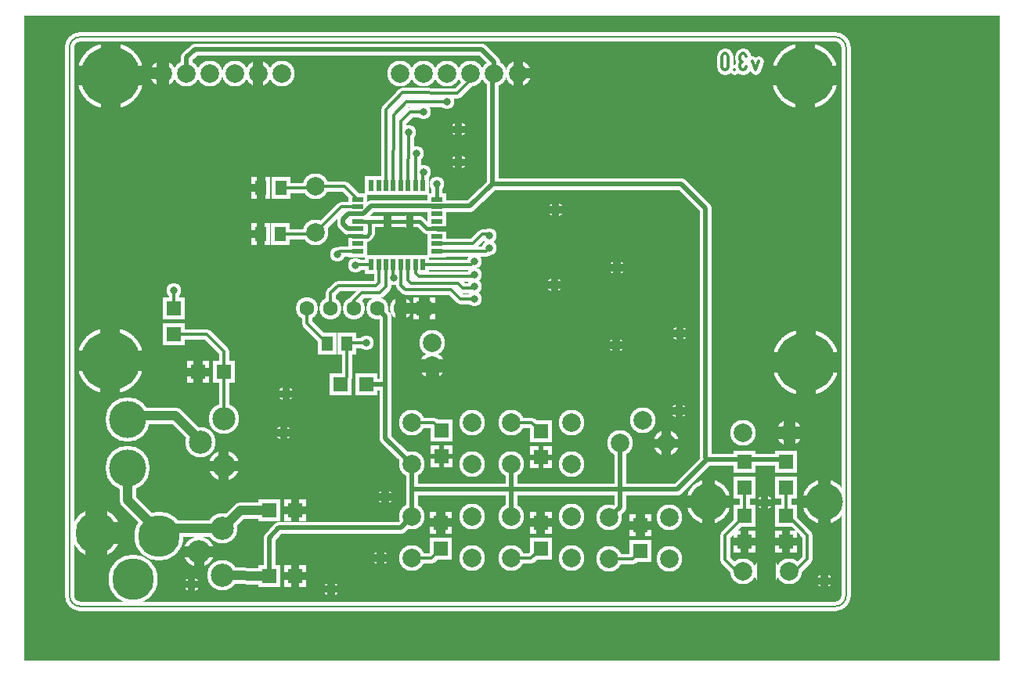
<source format=gbr>
%FSLAX34Y34*%
%MOMM*%
%LNCOPPER_BOTTOM*%
G71*
G01*
%ADD10C, 5.30*%
%ADD11C, 4.80*%
%ADD12C, 2.80*%
%ADD13C, 3.30*%
%ADD14C, 7.20*%
%ADD15C, 1.40*%
%ADD16C, 1.80*%
%ADD17R, 2.40X2.40*%
%ADD18C, 1.10*%
%ADD19C, 1.12*%
%ADD20C, 1.00*%
%ADD21R, 2.07X1.36*%
%ADD22R, 1.36X2.07*%
%ADD23C, 2.40*%
%ADD24C, 1.30*%
%ADD25C, 1.20*%
%ADD26R, 2.10X2.40*%
%ADD27C, 1.61*%
%ADD28C, 1.60*%
%ADD29C, 2.37*%
%ADD30C, 0.93*%
%ADD31C, 1.11*%
%ADD32C, 2.00*%
%ADD33C, 1.32*%
%ADD34C, 1.33*%
%ADD35C, 1.13*%
%ADD36C, 1.15*%
%ADD37C, 1.07*%
%ADD38C, 2.13*%
%ADD39C, 0.20*%
%ADD40C, 0.98*%
%ADD41C, 0.84*%
%ADD42C, 0.43*%
%ADD43C, 0.56*%
%ADD44C, 1.16*%
%ADD45C, 1.14*%
%ADD46C, 0.87*%
%ADD47C, 0.53*%
%ADD48C, 1.43*%
%ADD49C, 0.80*%
%ADD50C, 4.50*%
%ADD51C, 4.00*%
%ADD52C, 2.00*%
%ADD53C, 2.50*%
%ADD54C, 6.40*%
%ADD55C, 0.60*%
%ADD56R, 1.60X1.60*%
%ADD57C, 0.30*%
%ADD58C, 0.32*%
%ADD59R, 1.27X0.56*%
%ADD60R, 0.56X1.27*%
%ADD61C, 1.60*%
%ADD62C, 0.50*%
%ADD63C, 0.40*%
%ADD64R, 1.30X1.60*%
%ADD65C, 0.81*%
%ADD66C, 0.80*%
%LPD*%
G36*
X0Y1000000D02*
X1055000Y1000000D01*
X1055000Y302000D01*
X0Y302000D01*
X0Y1000000D01*
G37*
%LPC*%
X145836Y437050D02*
G54D10*
D03*
X77574Y440225D02*
G54D10*
D03*
X111661Y510948D02*
G54D11*
D03*
X111661Y562948D02*
G54D11*
D03*
X591741Y559594D02*
G54D12*
D03*
X526740Y559594D02*
G54D12*
D03*
X526740Y514594D02*
G54D12*
D03*
X591741Y514594D02*
G54D12*
D03*
X483791Y559594D02*
G54D12*
D03*
X418790Y559594D02*
G54D12*
D03*
X418790Y514594D02*
G54D12*
D03*
X483791Y514594D02*
G54D12*
D03*
X117601Y390215D02*
G54D10*
D03*
X669131Y562622D02*
G54D12*
D03*
X644131Y537622D02*
G54D12*
D03*
X694131Y537622D02*
G54D12*
D03*
X215682Y563537D02*
G54D13*
D03*
X190282Y538137D02*
G54D13*
D03*
X215682Y512737D02*
G54D13*
D03*
X777478Y398937D02*
G54D12*
D03*
X827478Y398937D02*
G54D12*
D03*
X802478Y398937D02*
G54D12*
D03*
X777478Y548937D02*
G54D12*
D03*
X827478Y548937D02*
G54D12*
D03*
X739978Y473937D02*
G54D11*
D03*
X864978Y473937D02*
G54D11*
D03*
X483791Y412994D02*
G54D12*
D03*
X418790Y412994D02*
G54D12*
D03*
X418790Y457994D02*
G54D12*
D03*
X483791Y457994D02*
G54D12*
D03*
X214491Y445268D02*
G54D13*
D03*
X189090Y419869D02*
G54D13*
D03*
X214491Y394468D02*
G54D13*
D03*
X149864Y937623D02*
G54D12*
D03*
X175265Y937624D02*
G54D12*
D03*
X200665Y937624D02*
G54D12*
D03*
X227255Y937624D02*
G54D12*
D03*
X252655Y937623D02*
G54D12*
D03*
X278055Y937624D02*
G54D12*
D03*
X405849Y937624D02*
G54D12*
D03*
X431249Y937624D02*
G54D12*
D03*
X456649Y937624D02*
G54D12*
D03*
X482049Y937624D02*
G54D12*
D03*
X507449Y937623D02*
G54D12*
D03*
X534039Y937623D02*
G54D12*
D03*
X844947Y624954D02*
G54D14*
D03*
X868947Y624954D02*
G54D15*
D03*
X861917Y607983D02*
G54D15*
D03*
X844947Y600954D02*
G54D15*
D03*
X827976Y607983D02*
G54D15*
D03*
X820947Y624954D02*
G54D15*
D03*
X827976Y641924D02*
G54D15*
D03*
X844947Y648954D02*
G54D15*
D03*
X861917Y641924D02*
G54D15*
D03*
X844153Y934913D02*
G54D14*
D03*
X868153Y934913D02*
G54D15*
D03*
X861124Y917942D02*
G54D15*
D03*
X844153Y910913D02*
G54D15*
D03*
X827183Y917942D02*
G54D15*
D03*
X820153Y934913D02*
G54D15*
D03*
X827183Y951883D02*
G54D15*
D03*
X844153Y958913D02*
G54D15*
D03*
X861124Y951883D02*
G54D15*
D03*
X93266Y934913D02*
G54D14*
D03*
X117266Y934913D02*
G54D15*
D03*
X110236Y917942D02*
G54D15*
D03*
X93266Y910913D02*
G54D15*
D03*
X76295Y917942D02*
G54D15*
D03*
X69266Y934913D02*
G54D15*
D03*
X76295Y951883D02*
G54D15*
D03*
X93266Y958913D02*
G54D15*
D03*
X110236Y951883D02*
G54D15*
D03*
X92869Y626541D02*
G54D14*
D03*
X116869Y626541D02*
G54D15*
D03*
X109839Y609570D02*
G54D15*
D03*
X92869Y602541D02*
G54D15*
D03*
X75898Y609570D02*
G54D15*
D03*
X68869Y626541D02*
G54D15*
D03*
X75898Y643512D02*
G54D15*
D03*
X92869Y650541D02*
G54D15*
D03*
X109839Y643512D02*
G54D15*
D03*
G54D16*
X214491Y445268D02*
X161198Y445268D01*
X145836Y429907D01*
G54D16*
X111661Y507376D02*
X111661Y475988D01*
X145836Y441813D01*
G54D16*
X190282Y542900D02*
X187747Y542900D01*
X163116Y567531D01*
X111840Y567531D01*
X111661Y567710D01*
X161233Y682991D02*
G54D17*
D03*
X161233Y654991D02*
G54D17*
D03*
X187681Y614337D02*
G54D17*
D03*
X215682Y614337D02*
G54D17*
D03*
G54D18*
X215682Y614337D02*
X215682Y563537D01*
X823498Y517695D02*
G54D17*
D03*
X823498Y489695D02*
G54D17*
D03*
G54D19*
X794064Y951262D02*
X790509Y941262D01*
X786954Y951262D01*
G54D19*
X780732Y955707D02*
X779843Y957929D01*
X778065Y959040D01*
X776287Y959040D01*
X774509Y957929D01*
X773620Y955707D01*
X773620Y953485D01*
X774509Y951262D01*
X776287Y950151D01*
X774509Y949040D01*
X773620Y946818D01*
X773620Y944596D01*
X774509Y942373D01*
X776287Y941262D01*
X778065Y941262D01*
X779843Y942373D01*
X780732Y944596D01*
G54D19*
X767398Y941262D02*
X767398Y941262D01*
G54D19*
X754066Y955707D02*
X754066Y944596D01*
X754954Y942373D01*
X756732Y941262D01*
X758510Y941262D01*
X760288Y942373D01*
X761176Y944596D01*
X761176Y955707D01*
X760288Y957929D01*
X758510Y959040D01*
X756732Y959040D01*
X754954Y957929D01*
X754066Y955707D01*
X264716Y464741D02*
G54D17*
D03*
X292715Y464741D02*
G54D17*
D03*
X264716Y394097D02*
G54D17*
D03*
X292715Y394097D02*
G54D17*
D03*
G54D16*
X264716Y464741D02*
X233963Y464741D01*
X214491Y445268D01*
G54D16*
X264716Y394097D02*
X214491Y394468D01*
G54D20*
X60325Y976959D02*
X877078Y976959D01*
G54D20*
G75*
G01X60325Y976959D02*
G03X48815Y965449I0J-11510D01*
G01*
G54D20*
G75*
G01X888588Y965449D02*
G03X877078Y976959I-11510J0D01*
G01*
G54D20*
X48815Y965449D02*
X48815Y372534D01*
G54D20*
G75*
G01X877078Y361024D02*
G03X888588Y372534I0J11510D01*
G01*
G54D20*
X888588Y965449D02*
X888588Y372534D01*
G54D20*
G75*
G01X48815Y372534D02*
G03X60325Y361024I11510J0D01*
G01*
G54D20*
X877078Y361024D02*
X60325Y361024D01*
X591741Y412994D02*
G54D12*
D03*
X526740Y412994D02*
G54D12*
D03*
X526740Y457994D02*
G54D12*
D03*
X591741Y457994D02*
G54D12*
D03*
X360138Y745355D02*
G54D21*
D03*
X360138Y753356D02*
G54D21*
D03*
X360138Y761357D02*
G54D21*
D03*
X360138Y769358D02*
G54D21*
D03*
X360138Y777359D02*
G54D21*
D03*
X360138Y785360D02*
G54D21*
D03*
X360138Y793361D02*
G54D21*
D03*
X360138Y801362D02*
G54D21*
D03*
X445990Y801362D02*
G54D21*
D03*
X445990Y793361D02*
G54D21*
D03*
X445990Y785360D02*
G54D21*
D03*
X445990Y777359D02*
G54D21*
D03*
X445990Y769358D02*
G54D21*
D03*
X445990Y761357D02*
G54D21*
D03*
X445990Y753356D02*
G54D21*
D03*
X445990Y745355D02*
G54D21*
D03*
X431055Y730420D02*
G54D22*
D03*
X423054Y730420D02*
G54D22*
D03*
X415053Y730420D02*
G54D22*
D03*
X407052Y730420D02*
G54D22*
D03*
X399051Y730420D02*
G54D22*
D03*
X391050Y730420D02*
G54D22*
D03*
X383049Y730420D02*
G54D22*
D03*
X375048Y730420D02*
G54D22*
D03*
X375049Y816271D02*
G54D22*
D03*
X383050Y816271D02*
G54D22*
D03*
X391051Y816271D02*
G54D22*
D03*
X399052Y816271D02*
G54D22*
D03*
X407053Y816271D02*
G54D22*
D03*
X415054Y816271D02*
G54D22*
D03*
X423055Y816271D02*
G54D22*
D03*
X431056Y816271D02*
G54D22*
D03*
G36*
X444401Y695360D02*
X444401Y671360D01*
X420401Y671360D01*
X420401Y695360D01*
X444401Y695360D01*
G37*
X407002Y683360D02*
G54D23*
D03*
X381602Y683360D02*
G54D23*
D03*
X356202Y683360D02*
G54D23*
D03*
X330802Y683360D02*
G54D23*
D03*
X305402Y683360D02*
G54D23*
D03*
G54D24*
X355773Y769358D02*
X349499Y769358D01*
X344438Y774419D01*
X344438Y779514D01*
X350340Y785416D01*
X366612Y785416D01*
X375344Y794148D01*
X469851Y794183D01*
G54D25*
X360138Y777359D02*
X370701Y777359D01*
X373359Y774701D01*
X373359Y764367D01*
X370394Y761401D01*
X360138Y761357D01*
X277265Y813992D02*
G54D26*
D03*
X255884Y813992D02*
G54D26*
D03*
G54D25*
X360138Y777359D02*
X427498Y776962D01*
X435102Y769358D01*
X445990Y769358D01*
X399207Y716396D02*
G54D27*
D03*
G54D18*
X399051Y730420D02*
X399051Y716637D01*
X398810Y716396D01*
G54D18*
X391050Y728435D02*
X391050Y707064D01*
X384075Y700088D01*
X364628Y700088D01*
X356690Y692151D01*
X356690Y682658D01*
X356202Y682169D01*
G54D18*
X383049Y733198D02*
X383049Y710969D01*
X380106Y708026D01*
X339228Y708026D01*
X331290Y700088D01*
X331290Y686627D01*
X330802Y686138D01*
X370235Y646149D02*
G54D27*
D03*
G54D18*
X371822Y646149D02*
X355881Y646149D01*
X349100Y645320D01*
X314568Y765132D02*
G54D12*
D03*
X314568Y815132D02*
G54D12*
D03*
G54D18*
X314568Y815132D02*
X346368Y815132D01*
X360138Y801362D01*
G54D18*
X360138Y793361D02*
X342798Y793361D01*
X314568Y765132D01*
X276868Y763589D02*
G54D26*
D03*
X255487Y763589D02*
G54D26*
D03*
G54D18*
X276868Y763589D02*
X313026Y763589D01*
X314568Y765132D01*
G54D18*
X277265Y813992D02*
X313429Y813992D01*
X314568Y815132D01*
G54D18*
X391051Y816271D02*
X391165Y898767D01*
X409178Y916781D01*
X468312Y916384D01*
X481012Y929084D01*
X482049Y937624D01*
G54D18*
X399052Y816271D02*
X399102Y892417D01*
X413147Y906462D01*
X457200Y906859D01*
X457200Y906859D02*
G54D27*
D03*
G54D18*
X407053Y816271D02*
X407053Y885287D01*
X417512Y895746D01*
X431800Y895746D01*
X431800Y895746D02*
G54D27*
D03*
G54D18*
X415054Y816271D02*
X415925Y873521D01*
X415925Y873521D02*
G54D27*
D03*
X431800Y830659D02*
G54D27*
D03*
G54D18*
X431056Y816271D02*
X431056Y829815D01*
X430212Y830659D01*
X423862Y851296D02*
G54D27*
D03*
G54D18*
X423055Y816271D02*
X423055Y850489D01*
X423862Y851296D01*
G54D24*
X175265Y937624D02*
X175265Y954727D01*
X184150Y963612D01*
X494161Y963612D01*
X507449Y950324D01*
X507449Y937623D01*
X445691Y817959D02*
G54D27*
D03*
G54D25*
X445990Y801362D02*
X445990Y817659D01*
X445691Y817959D01*
X338138Y742156D02*
G54D27*
D03*
X161208Y702960D02*
G54D27*
D03*
G54D18*
X161233Y682991D02*
X161233Y701397D01*
X162795Y702960D01*
G54D18*
X360138Y745355D02*
X341337Y745355D01*
X338138Y742156D01*
X357981Y729853D02*
G54D27*
D03*
G54D18*
X375048Y730420D02*
X358548Y730420D01*
X357981Y729853D01*
G54D24*
X469851Y794183D02*
X481843Y794183D01*
X506016Y818356D01*
X506016Y936983D01*
X507449Y938417D01*
G54D24*
X418790Y514594D02*
X418790Y457994D01*
X349100Y645320D02*
G54D26*
D03*
X327718Y645320D02*
G54D26*
D03*
G54D18*
X305402Y683360D02*
X305402Y667637D01*
X327718Y645320D01*
G54D18*
X161233Y654991D02*
X197496Y654991D01*
X215900Y636587D01*
X215900Y614556D01*
X215682Y614337D01*
G54D24*
X526740Y514594D02*
X526740Y457994D01*
X697706Y412200D02*
G54D12*
D03*
X632706Y412200D02*
G54D12*
D03*
X632706Y457200D02*
G54D12*
D03*
X697706Y457200D02*
G54D12*
D03*
G54D24*
X644131Y537622D02*
X644131Y468625D01*
X632706Y457200D01*
X486916Y733858D02*
G54D27*
D03*
X486916Y719968D02*
G54D27*
D03*
X486916Y706871D02*
G54D27*
D03*
X486916Y693377D02*
G54D27*
D03*
G54D18*
X407052Y730420D02*
X407052Y708154D01*
X411944Y703262D01*
X461169Y703262D01*
X471091Y693340D01*
X486879Y693340D01*
X486916Y693377D01*
G54D18*
X415053Y730420D02*
X415053Y714056D01*
X418306Y710803D01*
X469106Y710803D01*
X474266Y705643D01*
X485689Y705643D01*
X486916Y706871D01*
G54D18*
X423054Y730420D02*
X423054Y721533D01*
X426641Y717946D01*
X484895Y717946D01*
X486916Y719968D01*
G54D18*
X431055Y730420D02*
X483478Y730420D01*
X486916Y733858D01*
X451247Y551259D02*
G54D17*
D03*
X451247Y523259D02*
G54D17*
D03*
X558403Y550068D02*
G54D17*
D03*
X558403Y522068D02*
G54D17*
D03*
X450453Y451643D02*
G54D17*
D03*
X450453Y423643D02*
G54D17*
D03*
X558403Y451643D02*
G54D17*
D03*
X558403Y423643D02*
G54D17*
D03*
X666353Y448468D02*
G54D17*
D03*
X666353Y420468D02*
G54D17*
D03*
G54D24*
X419100Y487362D02*
X644525Y487362D01*
G54D18*
X418790Y559594D02*
X442912Y559594D01*
X451247Y551259D01*
G54D18*
X526740Y559594D02*
X548878Y559594D01*
X558403Y550068D01*
G54D18*
X418790Y412994D02*
X439804Y412994D01*
X450453Y423643D01*
G54D18*
X526740Y412994D02*
X547754Y412994D01*
X558403Y423643D01*
G54D18*
X632706Y412200D02*
X658085Y412200D01*
X666353Y420468D01*
X502791Y762433D02*
G54D27*
D03*
X502791Y748543D02*
G54D27*
D03*
G54D18*
X445990Y745355D02*
X499604Y745355D01*
X502791Y748543D01*
G54D18*
X445990Y753356D02*
X485069Y753356D01*
X495300Y763587D01*
X501638Y763587D01*
X502791Y762433D01*
X779048Y517695D02*
G54D17*
D03*
X779048Y489695D02*
G54D17*
D03*
X823516Y459006D02*
G54D17*
D03*
X823516Y431006D02*
G54D17*
D03*
X779066Y459006D02*
G54D17*
D03*
X779066Y431006D02*
G54D17*
D03*
G54D24*
X644525Y487362D02*
X705644Y487362D01*
X738188Y519906D01*
X821287Y519906D01*
X823498Y517695D01*
G54D18*
X777478Y398937D02*
X770653Y398937D01*
X757634Y411956D01*
X757634Y437575D01*
X779066Y459006D01*
G54D18*
X827087Y399334D02*
X833912Y399334D01*
X846931Y412353D01*
X846931Y437972D01*
X825500Y459403D01*
G54D18*
X779048Y489695D02*
X779048Y459023D01*
X779066Y459006D01*
G54D18*
X823498Y489695D02*
X823498Y459023D01*
X823516Y459006D01*
X341691Y601090D02*
G54D17*
D03*
X369691Y601090D02*
G54D17*
D03*
G54D24*
X381602Y683360D02*
X390525Y674436D01*
X390525Y542859D01*
X418790Y514594D01*
G54D24*
X369691Y601090D02*
X389556Y601090D01*
X389731Y601265D01*
G54D18*
X349100Y645320D02*
X349100Y608498D01*
X341691Y601090D01*
X441325Y646112D02*
G54D12*
D03*
X441325Y621112D02*
G54D12*
D03*
G54D24*
X264716Y400844D02*
X264716Y435371D01*
X275431Y446087D01*
X406883Y446087D01*
X418790Y457994D01*
G54D24*
X506016Y817562D02*
X710406Y817562D01*
X736203Y791765D01*
X736203Y521890D01*
X738188Y519906D01*
X574343Y790057D02*
G54D28*
D03*
X640621Y727351D02*
G54D28*
D03*
X573288Y708767D02*
G54D28*
D03*
X639827Y643610D02*
G54D28*
D03*
X392574Y776960D02*
G54D28*
D03*
X416782Y777359D02*
G54D28*
D03*
X283036Y590826D02*
G54D28*
D03*
X280406Y548626D02*
G54D28*
D03*
X180773Y384766D02*
G54D28*
D03*
X865252Y388420D02*
G54D28*
D03*
X390193Y479304D02*
G54D28*
D03*
X385033Y413423D02*
G54D28*
D03*
X469568Y876973D02*
G54D28*
D03*
X469568Y841254D02*
G54D28*
D03*
X800561Y472954D02*
G54D28*
D03*
X331586Y379607D02*
G54D28*
D03*
X708883Y656310D02*
G54D28*
D03*
X708090Y572570D02*
G54D28*
D03*
%LPD*%
G54D29*
G36*
X65724Y440225D02*
X65724Y467225D01*
X89424Y467225D01*
X89424Y440225D01*
X65724Y440225D01*
G37*
G36*
X77574Y452075D02*
X104574Y452075D01*
X104574Y428375D01*
X77574Y428375D01*
X77574Y452075D01*
G37*
G36*
X89424Y440225D02*
X89424Y413225D01*
X65724Y413225D01*
X65724Y440225D01*
X89424Y440225D01*
G37*
G54D30*
G36*
X698798Y537622D02*
X698798Y523122D01*
X689464Y523122D01*
X689464Y537622D01*
X698798Y537622D01*
G37*
G36*
X694131Y532955D02*
X679631Y532955D01*
X679631Y542288D01*
X694131Y542288D01*
X694131Y532955D01*
G37*
G36*
X689464Y537622D02*
X689464Y552122D01*
X698798Y552122D01*
X698798Y537622D01*
X689464Y537622D01*
G37*
G36*
X694131Y542288D02*
X708631Y542288D01*
X708631Y532955D01*
X694131Y532955D01*
X694131Y542288D01*
G37*
G54D31*
G36*
X215682Y518278D02*
X232682Y518278D01*
X232682Y507195D01*
X215682Y507195D01*
X215682Y518278D01*
G37*
G36*
X221223Y512737D02*
X221223Y495737D01*
X210140Y495737D01*
X210140Y512737D01*
X221223Y512737D01*
G37*
G36*
X215682Y507195D02*
X198682Y507195D01*
X198682Y518278D01*
X215682Y518278D01*
X215682Y507195D01*
G37*
G36*
X210140Y512737D02*
X210140Y529737D01*
X221223Y529737D01*
X221223Y512737D01*
X210140Y512737D01*
G37*
G54D32*
G36*
X792478Y398937D02*
X792478Y413437D01*
X812478Y413437D01*
X812478Y398937D01*
X792478Y398937D01*
G37*
G36*
X812478Y398937D02*
X812478Y384437D01*
X792478Y384437D01*
X792478Y398937D01*
X812478Y398937D01*
G37*
G54D33*
G36*
X820878Y548937D02*
X820878Y563437D01*
X834078Y563437D01*
X834078Y548937D01*
X820878Y548937D01*
G37*
G36*
X827478Y555537D02*
X841978Y555537D01*
X841978Y542337D01*
X827478Y542337D01*
X827478Y555537D01*
G37*
G36*
X834078Y548937D02*
X834078Y534437D01*
X820878Y534437D01*
X820878Y548937D01*
X834078Y548937D01*
G37*
G36*
X827478Y542337D02*
X812978Y542337D01*
X812978Y555537D01*
X827478Y555537D01*
X827478Y542337D01*
G37*
G54D34*
G36*
X733311Y473937D02*
X733311Y498437D01*
X746645Y498437D01*
X746645Y473937D01*
X733311Y473937D01*
G37*
G36*
X739978Y480604D02*
X764478Y480604D01*
X764478Y467270D01*
X739978Y467270D01*
X739978Y480604D01*
G37*
G36*
X746645Y473937D02*
X746645Y449437D01*
X733311Y449437D01*
X733311Y473937D01*
X746645Y473937D01*
G37*
G36*
X739978Y467270D02*
X715478Y467270D01*
X715478Y480604D01*
X739978Y480604D01*
X739978Y467270D01*
G37*
G54D34*
G36*
X858311Y473937D02*
X858311Y498437D01*
X871645Y498437D01*
X871645Y473937D01*
X858311Y473937D01*
G37*
G36*
X871645Y473937D02*
X871645Y449437D01*
X858311Y449437D01*
X858311Y473937D01*
X871645Y473937D01*
G37*
G36*
X864978Y467270D02*
X840478Y467270D01*
X840478Y480604D01*
X864978Y480604D01*
X864978Y467270D01*
G37*
G54D35*
G36*
X189090Y425536D02*
X206090Y425536D01*
X206090Y414202D01*
X189090Y414202D01*
X189090Y425536D01*
G37*
G36*
X194757Y419869D02*
X194757Y402869D01*
X183424Y402869D01*
X183424Y419869D01*
X194757Y419869D01*
G37*
G36*
X189090Y414202D02*
X172090Y414202D01*
X172090Y425536D01*
X189090Y425536D01*
X189090Y414202D01*
G37*
G54D24*
G36*
X143364Y937623D02*
X143364Y952123D01*
X156364Y952123D01*
X156364Y937623D01*
X143364Y937623D01*
G37*
G36*
X156364Y937623D02*
X156364Y923123D01*
X143364Y923123D01*
X143364Y937623D01*
X156364Y937623D01*
G37*
G36*
X149864Y931123D02*
X135364Y931123D01*
X135364Y944123D01*
X149864Y944123D01*
X149864Y931123D01*
G37*
G54D36*
G36*
X246889Y937623D02*
X246889Y952123D01*
X258422Y952123D01*
X258422Y937623D01*
X246889Y937623D01*
G37*
G36*
X258422Y937623D02*
X258422Y923123D01*
X246889Y923123D01*
X246889Y937623D01*
X258422Y937623D01*
G37*
G54D37*
G36*
X528673Y937623D02*
X528673Y952123D01*
X539406Y952123D01*
X539406Y937623D01*
X528673Y937623D01*
G37*
G36*
X534039Y942990D02*
X548539Y942990D01*
X548539Y932256D01*
X534039Y932256D01*
X534039Y942990D01*
G37*
G36*
X539406Y937623D02*
X539406Y923123D01*
X528673Y923123D01*
X528673Y937623D01*
X539406Y937623D01*
G37*
G54D38*
G36*
X834280Y624954D02*
X834280Y661454D01*
X855613Y661454D01*
X855613Y624954D01*
X834280Y624954D01*
G37*
G36*
X844947Y635620D02*
X881447Y635620D01*
X881447Y614287D01*
X844947Y614287D01*
X844947Y635620D01*
G37*
G36*
X855613Y624954D02*
X855613Y588454D01*
X834280Y588454D01*
X834280Y624954D01*
X855613Y624954D01*
G37*
G36*
X844947Y614287D02*
X808447Y614287D01*
X808447Y635620D01*
X844947Y635620D01*
X844947Y614287D01*
G37*
G54D39*
G36*
X867947Y624954D02*
X867947Y632454D01*
X869947Y632454D01*
X869947Y624954D01*
X867947Y624954D01*
G37*
G36*
X868947Y625954D02*
X876447Y625954D01*
X876447Y623954D01*
X868947Y623954D01*
X868947Y625954D01*
G37*
G36*
X869947Y624954D02*
X869947Y617454D01*
X867947Y617454D01*
X867947Y624954D01*
X869947Y624954D01*
G37*
G36*
X868947Y623954D02*
X861447Y623954D01*
X861447Y625954D01*
X868947Y625954D01*
X868947Y623954D01*
G37*
G54D39*
G36*
X860917Y607983D02*
X860917Y615483D01*
X862917Y615483D01*
X862917Y607983D01*
X860917Y607983D01*
G37*
G36*
X861917Y608983D02*
X869417Y608983D01*
X869417Y606983D01*
X861917Y606983D01*
X861917Y608983D01*
G37*
G36*
X862917Y607983D02*
X862917Y600483D01*
X860917Y600483D01*
X860917Y607983D01*
X862917Y607983D01*
G37*
G36*
X861917Y606983D02*
X854417Y606983D01*
X854417Y608983D01*
X861917Y608983D01*
X861917Y606983D01*
G37*
G54D39*
G36*
X843947Y600954D02*
X843947Y608454D01*
X845947Y608454D01*
X845947Y600954D01*
X843947Y600954D01*
G37*
G36*
X844947Y601954D02*
X852447Y601954D01*
X852447Y599954D01*
X844947Y599954D01*
X844947Y601954D01*
G37*
G36*
X845947Y600954D02*
X845947Y593454D01*
X843947Y593454D01*
X843947Y600954D01*
X845947Y600954D01*
G37*
G36*
X844947Y599954D02*
X837447Y599954D01*
X837447Y601954D01*
X844947Y601954D01*
X844947Y599954D01*
G37*
G54D39*
G36*
X826976Y607983D02*
X826976Y615483D01*
X828976Y615483D01*
X828976Y607983D01*
X826976Y607983D01*
G37*
G36*
X827976Y608983D02*
X835476Y608983D01*
X835476Y606983D01*
X827976Y606983D01*
X827976Y608983D01*
G37*
G36*
X828976Y607983D02*
X828976Y600483D01*
X826976Y600483D01*
X826976Y607983D01*
X828976Y607983D01*
G37*
G36*
X827976Y606983D02*
X820476Y606983D01*
X820476Y608983D01*
X827976Y608983D01*
X827976Y606983D01*
G37*
G54D39*
G36*
X819947Y624954D02*
X819947Y632454D01*
X821947Y632454D01*
X821947Y624954D01*
X819947Y624954D01*
G37*
G36*
X820947Y625954D02*
X828447Y625954D01*
X828447Y623954D01*
X820947Y623954D01*
X820947Y625954D01*
G37*
G36*
X821947Y624954D02*
X821947Y617454D01*
X819947Y617454D01*
X819947Y624954D01*
X821947Y624954D01*
G37*
G36*
X820947Y623954D02*
X813447Y623954D01*
X813447Y625954D01*
X820947Y625954D01*
X820947Y623954D01*
G37*
G54D39*
G36*
X826976Y641924D02*
X826976Y649424D01*
X828976Y649424D01*
X828976Y641924D01*
X826976Y641924D01*
G37*
G36*
X827976Y642924D02*
X835476Y642924D01*
X835476Y640924D01*
X827976Y640924D01*
X827976Y642924D01*
G37*
G36*
X828976Y641924D02*
X828976Y634424D01*
X826976Y634424D01*
X826976Y641924D01*
X828976Y641924D01*
G37*
G36*
X827976Y640924D02*
X820476Y640924D01*
X820476Y642924D01*
X827976Y642924D01*
X827976Y640924D01*
G37*
G54D39*
G36*
X843947Y648954D02*
X843947Y656454D01*
X845947Y656454D01*
X845947Y648954D01*
X843947Y648954D01*
G37*
G36*
X844947Y649954D02*
X852447Y649954D01*
X852447Y647954D01*
X844947Y647954D01*
X844947Y649954D01*
G37*
G36*
X845947Y648954D02*
X845947Y641454D01*
X843947Y641454D01*
X843947Y648954D01*
X845947Y648954D01*
G37*
G36*
X844947Y647954D02*
X837447Y647954D01*
X837447Y649954D01*
X844947Y649954D01*
X844947Y647954D01*
G37*
G54D39*
G36*
X860917Y641924D02*
X860917Y649424D01*
X862917Y649424D01*
X862917Y641924D01*
X860917Y641924D01*
G37*
G36*
X861917Y642924D02*
X869417Y642924D01*
X869417Y640924D01*
X861917Y640924D01*
X861917Y642924D01*
G37*
G36*
X862917Y641924D02*
X862917Y634424D01*
X860917Y634424D01*
X860917Y641924D01*
X862917Y641924D01*
G37*
G36*
X861917Y640924D02*
X854417Y640924D01*
X854417Y642924D01*
X861917Y642924D01*
X861917Y640924D01*
G37*
G54D38*
G36*
X833486Y934913D02*
X833486Y971413D01*
X854820Y971413D01*
X854820Y934913D01*
X833486Y934913D01*
G37*
G36*
X844153Y945579D02*
X880653Y945579D01*
X880653Y924246D01*
X844153Y924246D01*
X844153Y945579D01*
G37*
G36*
X854820Y934913D02*
X854820Y898413D01*
X833486Y898413D01*
X833486Y934913D01*
X854820Y934913D01*
G37*
G36*
X844153Y924246D02*
X807653Y924246D01*
X807653Y945579D01*
X844153Y945579D01*
X844153Y924246D01*
G37*
G54D39*
G36*
X867153Y934913D02*
X867153Y942413D01*
X869153Y942413D01*
X869153Y934913D01*
X867153Y934913D01*
G37*
G36*
X868153Y935913D02*
X875653Y935913D01*
X875653Y933913D01*
X868153Y933913D01*
X868153Y935913D01*
G37*
G36*
X869153Y934913D02*
X869153Y927413D01*
X867153Y927413D01*
X867153Y934913D01*
X869153Y934913D01*
G37*
G36*
X868153Y933913D02*
X860653Y933913D01*
X860653Y935913D01*
X868153Y935913D01*
X868153Y933913D01*
G37*
G54D39*
G36*
X860124Y917942D02*
X860124Y925442D01*
X862124Y925442D01*
X862124Y917942D01*
X860124Y917942D01*
G37*
G36*
X861124Y918942D02*
X868624Y918942D01*
X868624Y916942D01*
X861124Y916942D01*
X861124Y918942D01*
G37*
G36*
X862124Y917942D02*
X862124Y910442D01*
X860124Y910442D01*
X860124Y917942D01*
X862124Y917942D01*
G37*
G36*
X861124Y916942D02*
X853624Y916942D01*
X853624Y918942D01*
X861124Y918942D01*
X861124Y916942D01*
G37*
G54D39*
G36*
X843153Y910913D02*
X843153Y918413D01*
X845153Y918413D01*
X845153Y910913D01*
X843153Y910913D01*
G37*
G36*
X844153Y911913D02*
X851653Y911913D01*
X851653Y909913D01*
X844153Y909913D01*
X844153Y911913D01*
G37*
G36*
X845153Y910913D02*
X845153Y903413D01*
X843153Y903413D01*
X843153Y910913D01*
X845153Y910913D01*
G37*
G36*
X844153Y909913D02*
X836653Y909913D01*
X836653Y911913D01*
X844153Y911913D01*
X844153Y909913D01*
G37*
G54D39*
G36*
X826183Y917942D02*
X826183Y925442D01*
X828183Y925442D01*
X828183Y917942D01*
X826183Y917942D01*
G37*
G36*
X827183Y918942D02*
X834683Y918942D01*
X834683Y916942D01*
X827183Y916942D01*
X827183Y918942D01*
G37*
G36*
X828183Y917942D02*
X828183Y910442D01*
X826183Y910442D01*
X826183Y917942D01*
X828183Y917942D01*
G37*
G36*
X827183Y916942D02*
X819683Y916942D01*
X819683Y918942D01*
X827183Y918942D01*
X827183Y916942D01*
G37*
G54D39*
G36*
X819153Y934913D02*
X819153Y942413D01*
X821153Y942413D01*
X821153Y934913D01*
X819153Y934913D01*
G37*
G36*
X820153Y935913D02*
X827653Y935913D01*
X827653Y933913D01*
X820153Y933913D01*
X820153Y935913D01*
G37*
G36*
X821153Y934913D02*
X821153Y927413D01*
X819153Y927413D01*
X819153Y934913D01*
X821153Y934913D01*
G37*
G36*
X820153Y933913D02*
X812653Y933913D01*
X812653Y935913D01*
X820153Y935913D01*
X820153Y933913D01*
G37*
G54D39*
G36*
X826183Y951883D02*
X826183Y959383D01*
X828183Y959383D01*
X828183Y951883D01*
X826183Y951883D01*
G37*
G36*
X827183Y952883D02*
X834683Y952883D01*
X834683Y950883D01*
X827183Y950883D01*
X827183Y952883D01*
G37*
G36*
X828183Y951883D02*
X828183Y944383D01*
X826183Y944383D01*
X826183Y951883D01*
X828183Y951883D01*
G37*
G36*
X827183Y950883D02*
X819683Y950883D01*
X819683Y952883D01*
X827183Y952883D01*
X827183Y950883D01*
G37*
G54D39*
G36*
X843153Y958913D02*
X843153Y966413D01*
X845153Y966413D01*
X845153Y958913D01*
X843153Y958913D01*
G37*
G36*
X844153Y959913D02*
X851653Y959913D01*
X851653Y957913D01*
X844153Y957913D01*
X844153Y959913D01*
G37*
G36*
X845153Y958913D02*
X845153Y951413D01*
X843153Y951413D01*
X843153Y958913D01*
X845153Y958913D01*
G37*
G36*
X844153Y957913D02*
X836653Y957913D01*
X836653Y959913D01*
X844153Y959913D01*
X844153Y957913D01*
G37*
G54D39*
G36*
X860124Y951883D02*
X860124Y959383D01*
X862124Y959383D01*
X862124Y951883D01*
X860124Y951883D01*
G37*
G36*
X861124Y952883D02*
X868624Y952883D01*
X868624Y950883D01*
X861124Y950883D01*
X861124Y952883D01*
G37*
G36*
X862124Y951883D02*
X862124Y944383D01*
X860124Y944383D01*
X860124Y951883D01*
X862124Y951883D01*
G37*
G36*
X861124Y950883D02*
X853624Y950883D01*
X853624Y952883D01*
X861124Y952883D01*
X861124Y950883D01*
G37*
G54D38*
G36*
X82599Y934913D02*
X82599Y971413D01*
X103932Y971413D01*
X103932Y934913D01*
X82599Y934913D01*
G37*
G36*
X93266Y945579D02*
X129766Y945579D01*
X129766Y924246D01*
X93266Y924246D01*
X93266Y945579D01*
G37*
G36*
X103932Y934913D02*
X103932Y898413D01*
X82599Y898413D01*
X82599Y934913D01*
X103932Y934913D01*
G37*
G36*
X93266Y924246D02*
X56766Y924246D01*
X56766Y945579D01*
X93266Y945579D01*
X93266Y924246D01*
G37*
G54D39*
G36*
X116266Y934913D02*
X116266Y942413D01*
X118266Y942413D01*
X118266Y934913D01*
X116266Y934913D01*
G37*
G36*
X117266Y935913D02*
X124766Y935913D01*
X124766Y933913D01*
X117266Y933913D01*
X117266Y935913D01*
G37*
G36*
X118266Y934913D02*
X118266Y927413D01*
X116266Y927413D01*
X116266Y934913D01*
X118266Y934913D01*
G37*
G36*
X117266Y933913D02*
X109766Y933913D01*
X109766Y935913D01*
X117266Y935913D01*
X117266Y933913D01*
G37*
G54D39*
G36*
X109236Y917942D02*
X109236Y925442D01*
X111236Y925442D01*
X111236Y917942D01*
X109236Y917942D01*
G37*
G36*
X110236Y918942D02*
X117736Y918942D01*
X117736Y916942D01*
X110236Y916942D01*
X110236Y918942D01*
G37*
G36*
X111236Y917942D02*
X111236Y910442D01*
X109236Y910442D01*
X109236Y917942D01*
X111236Y917942D01*
G37*
G36*
X110236Y916942D02*
X102736Y916942D01*
X102736Y918942D01*
X110236Y918942D01*
X110236Y916942D01*
G37*
G54D39*
G36*
X92266Y910913D02*
X92266Y918413D01*
X94266Y918413D01*
X94266Y910913D01*
X92266Y910913D01*
G37*
G36*
X93266Y911913D02*
X100766Y911913D01*
X100766Y909913D01*
X93266Y909913D01*
X93266Y911913D01*
G37*
G36*
X94266Y910913D02*
X94266Y903413D01*
X92266Y903413D01*
X92266Y910913D01*
X94266Y910913D01*
G37*
G36*
X93266Y909913D02*
X85766Y909913D01*
X85766Y911913D01*
X93266Y911913D01*
X93266Y909913D01*
G37*
G54D39*
G36*
X75295Y917942D02*
X75295Y925442D01*
X77295Y925442D01*
X77295Y917942D01*
X75295Y917942D01*
G37*
G36*
X76295Y918942D02*
X83795Y918942D01*
X83795Y916942D01*
X76295Y916942D01*
X76295Y918942D01*
G37*
G36*
X77295Y917942D02*
X77295Y910442D01*
X75295Y910442D01*
X75295Y917942D01*
X77295Y917942D01*
G37*
G36*
X76295Y916942D02*
X68795Y916942D01*
X68795Y918942D01*
X76295Y918942D01*
X76295Y916942D01*
G37*
G54D39*
G36*
X68266Y934913D02*
X68266Y942413D01*
X70266Y942413D01*
X70266Y934913D01*
X68266Y934913D01*
G37*
G36*
X69266Y935913D02*
X76766Y935913D01*
X76766Y933913D01*
X69266Y933913D01*
X69266Y935913D01*
G37*
G36*
X70266Y934913D02*
X70266Y927413D01*
X68266Y927413D01*
X68266Y934913D01*
X70266Y934913D01*
G37*
G36*
X69266Y933913D02*
X61766Y933913D01*
X61766Y935913D01*
X69266Y935913D01*
X69266Y933913D01*
G37*
G54D39*
G36*
X75295Y951883D02*
X75295Y959383D01*
X77295Y959383D01*
X77295Y951883D01*
X75295Y951883D01*
G37*
G36*
X76295Y952883D02*
X83795Y952883D01*
X83795Y950883D01*
X76295Y950883D01*
X76295Y952883D01*
G37*
G36*
X77295Y951883D02*
X77295Y944383D01*
X75295Y944383D01*
X75295Y951883D01*
X77295Y951883D01*
G37*
G36*
X76295Y950883D02*
X68795Y950883D01*
X68795Y952883D01*
X76295Y952883D01*
X76295Y950883D01*
G37*
G54D39*
G36*
X92266Y958913D02*
X92266Y966413D01*
X94266Y966413D01*
X94266Y958913D01*
X92266Y958913D01*
G37*
G36*
X93266Y959913D02*
X100766Y959913D01*
X100766Y957913D01*
X93266Y957913D01*
X93266Y959913D01*
G37*
G36*
X94266Y958913D02*
X94266Y951413D01*
X92266Y951413D01*
X92266Y958913D01*
X94266Y958913D01*
G37*
G36*
X93266Y957913D02*
X85766Y957913D01*
X85766Y959913D01*
X93266Y959913D01*
X93266Y957913D01*
G37*
G54D39*
G36*
X109236Y951883D02*
X109236Y959383D01*
X111236Y959383D01*
X111236Y951883D01*
X109236Y951883D01*
G37*
G36*
X110236Y952883D02*
X117736Y952883D01*
X117736Y950883D01*
X110236Y950883D01*
X110236Y952883D01*
G37*
G36*
X111236Y951883D02*
X111236Y944383D01*
X109236Y944383D01*
X109236Y951883D01*
X111236Y951883D01*
G37*
G36*
X110236Y950883D02*
X102736Y950883D01*
X102736Y952883D01*
X110236Y952883D01*
X110236Y950883D01*
G37*
G54D38*
G36*
X82202Y626541D02*
X82202Y663041D01*
X103535Y663041D01*
X103535Y626541D01*
X82202Y626541D01*
G37*
G36*
X92869Y637208D02*
X129369Y637208D01*
X129369Y615874D01*
X92869Y615874D01*
X92869Y637208D01*
G37*
G36*
X103535Y626541D02*
X103535Y590041D01*
X82202Y590041D01*
X82202Y626541D01*
X103535Y626541D01*
G37*
G36*
X92869Y615874D02*
X56369Y615874D01*
X56369Y637208D01*
X92869Y637208D01*
X92869Y615874D01*
G37*
G54D39*
G36*
X115869Y626541D02*
X115869Y634041D01*
X117869Y634041D01*
X117869Y626541D01*
X115869Y626541D01*
G37*
G36*
X116869Y627541D02*
X124369Y627541D01*
X124369Y625541D01*
X116869Y625541D01*
X116869Y627541D01*
G37*
G36*
X117869Y626541D02*
X117869Y619041D01*
X115869Y619041D01*
X115869Y626541D01*
X117869Y626541D01*
G37*
G36*
X116869Y625541D02*
X109369Y625541D01*
X109369Y627541D01*
X116869Y627541D01*
X116869Y625541D01*
G37*
G54D39*
G36*
X108839Y609570D02*
X108839Y617070D01*
X110839Y617070D01*
X110839Y609570D01*
X108839Y609570D01*
G37*
G36*
X109839Y610570D02*
X117339Y610570D01*
X117339Y608570D01*
X109839Y608570D01*
X109839Y610570D01*
G37*
G36*
X110839Y609570D02*
X110839Y602070D01*
X108839Y602070D01*
X108839Y609570D01*
X110839Y609570D01*
G37*
G36*
X109839Y608570D02*
X102339Y608570D01*
X102339Y610570D01*
X109839Y610570D01*
X109839Y608570D01*
G37*
G54D39*
G36*
X91869Y602541D02*
X91869Y610041D01*
X93869Y610041D01*
X93869Y602541D01*
X91869Y602541D01*
G37*
G36*
X92869Y603541D02*
X100369Y603541D01*
X100369Y601541D01*
X92869Y601541D01*
X92869Y603541D01*
G37*
G36*
X93869Y602541D02*
X93869Y595041D01*
X91869Y595041D01*
X91869Y602541D01*
X93869Y602541D01*
G37*
G36*
X92869Y601541D02*
X85369Y601541D01*
X85369Y603541D01*
X92869Y603541D01*
X92869Y601541D01*
G37*
G54D39*
G36*
X74898Y609570D02*
X74898Y617070D01*
X76898Y617070D01*
X76898Y609570D01*
X74898Y609570D01*
G37*
G36*
X75898Y610570D02*
X83398Y610570D01*
X83398Y608570D01*
X75898Y608570D01*
X75898Y610570D01*
G37*
G36*
X76898Y609570D02*
X76898Y602070D01*
X74898Y602070D01*
X74898Y609570D01*
X76898Y609570D01*
G37*
G36*
X75898Y608570D02*
X68398Y608570D01*
X68398Y610570D01*
X75898Y610570D01*
X75898Y608570D01*
G37*
G54D39*
G36*
X67869Y626541D02*
X67869Y634041D01*
X69869Y634041D01*
X69869Y626541D01*
X67869Y626541D01*
G37*
G36*
X68869Y627541D02*
X76369Y627541D01*
X76369Y625541D01*
X68869Y625541D01*
X68869Y627541D01*
G37*
G36*
X69869Y626541D02*
X69869Y619041D01*
X67869Y619041D01*
X67869Y626541D01*
X69869Y626541D01*
G37*
G36*
X68869Y625541D02*
X61369Y625541D01*
X61369Y627541D01*
X68869Y627541D01*
X68869Y625541D01*
G37*
G54D39*
G36*
X74898Y643512D02*
X74898Y651012D01*
X76898Y651012D01*
X76898Y643512D01*
X74898Y643512D01*
G37*
G36*
X75898Y644512D02*
X83398Y644512D01*
X83398Y642512D01*
X75898Y642512D01*
X75898Y644512D01*
G37*
G36*
X76898Y643512D02*
X76898Y636012D01*
X74898Y636012D01*
X74898Y643512D01*
X76898Y643512D01*
G37*
G36*
X75898Y642512D02*
X68398Y642512D01*
X68398Y644512D01*
X75898Y644512D01*
X75898Y642512D01*
G37*
G54D39*
G36*
X91869Y650541D02*
X91869Y658041D01*
X93869Y658041D01*
X93869Y650541D01*
X91869Y650541D01*
G37*
G36*
X92869Y651541D02*
X100369Y651541D01*
X100369Y649541D01*
X92869Y649541D01*
X92869Y651541D01*
G37*
G36*
X93869Y650541D02*
X93869Y643041D01*
X91869Y643041D01*
X91869Y650541D01*
X93869Y650541D01*
G37*
G36*
X92869Y649541D02*
X85369Y649541D01*
X85369Y651541D01*
X92869Y651541D01*
X92869Y649541D01*
G37*
G54D39*
G36*
X108839Y643512D02*
X108839Y651012D01*
X110839Y651012D01*
X110839Y643512D01*
X108839Y643512D01*
G37*
G36*
X109839Y644512D02*
X117339Y644512D01*
X117339Y642512D01*
X109839Y642512D01*
X109839Y644512D01*
G37*
G36*
X110839Y643512D02*
X110839Y636012D01*
X108839Y636012D01*
X108839Y643512D01*
X110839Y643512D01*
G37*
G36*
X109839Y642512D02*
X102339Y642512D01*
X102339Y644512D01*
X109839Y644512D01*
X109839Y642512D01*
G37*
G54D40*
G36*
X182801Y614337D02*
X182801Y626837D01*
X192561Y626837D01*
X192561Y614337D01*
X182801Y614337D01*
G37*
G36*
X187681Y619217D02*
X200181Y619217D01*
X200181Y609457D01*
X187681Y609457D01*
X187681Y619217D01*
G37*
G36*
X192561Y614337D02*
X192561Y601837D01*
X182801Y601837D01*
X182801Y614337D01*
X192561Y614337D01*
G37*
G36*
X187681Y609457D02*
X175181Y609457D01*
X175181Y619217D01*
X187681Y619217D01*
X187681Y609457D01*
G37*
G54D41*
G36*
X288502Y464741D02*
X288502Y477241D01*
X296929Y477241D01*
X296929Y464741D01*
X288502Y464741D01*
G37*
G36*
X292715Y468954D02*
X305215Y468954D01*
X305215Y460527D01*
X292715Y460527D01*
X292715Y468954D01*
G37*
G36*
X296929Y464741D02*
X296929Y452241D01*
X288502Y452241D01*
X288502Y464741D01*
X296929Y464741D01*
G37*
G36*
X292715Y460527D02*
X280215Y460527D01*
X280215Y468954D01*
X292715Y468954D01*
X292715Y460527D01*
G37*
G54D41*
G36*
X288502Y394097D02*
X288502Y406597D01*
X296929Y406597D01*
X296929Y394097D01*
X288502Y394097D01*
G37*
G36*
X292715Y398310D02*
X305215Y398310D01*
X305215Y389883D01*
X292715Y389883D01*
X292715Y398310D01*
G37*
G36*
X296929Y394097D02*
X296929Y381597D01*
X288502Y381597D01*
X288502Y394097D01*
X296929Y394097D01*
G37*
G36*
X292715Y389883D02*
X280215Y389883D01*
X280215Y398310D01*
X292715Y398310D01*
X292715Y389883D01*
G37*
G54D42*
G36*
X360138Y759224D02*
X349288Y759224D01*
X349288Y763490D01*
X360138Y763490D01*
X360138Y759224D01*
G37*
G54D43*
G36*
X445990Y772152D02*
X456840Y772152D01*
X456840Y766564D01*
X445990Y766564D01*
X445990Y772152D01*
G37*
G54D44*
G36*
X432401Y689147D02*
X444901Y689147D01*
X444901Y677573D01*
X432401Y677573D01*
X432401Y689147D01*
G37*
G36*
X438188Y683360D02*
X438188Y670860D01*
X426614Y670860D01*
X426614Y683360D01*
X438188Y683360D01*
G37*
G36*
X432401Y677573D02*
X419901Y677573D01*
X419901Y689147D01*
X432401Y689147D01*
X432401Y677573D01*
G37*
G36*
X426614Y683360D02*
X426614Y695860D01*
X438188Y695860D01*
X438188Y683360D01*
X426614Y683360D01*
G37*
G54D45*
G36*
X407002Y689066D02*
X419502Y689066D01*
X419502Y677653D01*
X407002Y677653D01*
X407002Y689066D01*
G37*
G36*
X412708Y683360D02*
X412708Y670860D01*
X401295Y670860D01*
X401295Y683360D01*
X412708Y683360D01*
G37*
G36*
X401295Y683360D02*
X401295Y695860D01*
X412708Y695860D01*
X412708Y683360D01*
X401295Y683360D01*
G37*
G54D46*
G36*
X260239Y813992D02*
X260239Y801492D01*
X251529Y801492D01*
X251529Y813992D01*
X260239Y813992D01*
G37*
G36*
X255884Y809637D02*
X244884Y809637D01*
X244884Y818347D01*
X255884Y818347D01*
X255884Y809637D01*
G37*
G36*
X251529Y813992D02*
X251529Y826492D01*
X260239Y826492D01*
X260239Y813992D01*
X251529Y813992D01*
G37*
G54D46*
G36*
X259842Y763589D02*
X259842Y751089D01*
X251132Y751089D01*
X251132Y763589D01*
X259842Y763589D01*
G37*
G36*
X255487Y759234D02*
X244487Y759234D01*
X244487Y767944D01*
X255487Y767944D01*
X255487Y759234D01*
G37*
G36*
X251132Y763589D02*
X251132Y776089D01*
X259842Y776089D01*
X259842Y763589D01*
X251132Y763589D01*
G37*
G54D47*
G36*
X451247Y525926D02*
X463747Y525926D01*
X463747Y520592D01*
X451247Y520592D01*
X451247Y525926D01*
G37*
G36*
X453914Y523259D02*
X453914Y510759D01*
X448580Y510759D01*
X448580Y523259D01*
X453914Y523259D01*
G37*
G36*
X451247Y520592D02*
X438747Y520592D01*
X438747Y525926D01*
X451247Y525926D01*
X451247Y520592D01*
G37*
G36*
X448580Y523259D02*
X448580Y535759D01*
X453914Y535759D01*
X453914Y523259D01*
X448580Y523259D01*
G37*
G54D47*
G36*
X558403Y524734D02*
X570903Y524734D01*
X570903Y519402D01*
X558403Y519402D01*
X558403Y524734D01*
G37*
G36*
X561070Y522068D02*
X561070Y509568D01*
X555736Y509568D01*
X555736Y522068D01*
X561070Y522068D01*
G37*
G36*
X558403Y519402D02*
X545903Y519402D01*
X545903Y524734D01*
X558403Y524734D01*
X558403Y519402D01*
G37*
G36*
X555736Y522068D02*
X555736Y534568D01*
X561070Y534568D01*
X561070Y522068D01*
X555736Y522068D01*
G37*
G54D40*
G36*
X450453Y456523D02*
X462953Y456523D01*
X462953Y446763D01*
X450453Y446763D01*
X450453Y456523D01*
G37*
G36*
X455333Y451643D02*
X455333Y439143D01*
X445573Y439143D01*
X445573Y451643D01*
X455333Y451643D01*
G37*
G36*
X450453Y446763D02*
X437953Y446763D01*
X437953Y456523D01*
X450453Y456523D01*
X450453Y446763D01*
G37*
G36*
X445573Y451643D02*
X445573Y464143D01*
X455333Y464143D01*
X455333Y451643D01*
X445573Y451643D01*
G37*
G54D40*
G36*
X558403Y456523D02*
X570903Y456523D01*
X570903Y446763D01*
X558403Y446763D01*
X558403Y456523D01*
G37*
G36*
X563283Y451643D02*
X563283Y439143D01*
X553523Y439143D01*
X553523Y451643D01*
X563283Y451643D01*
G37*
G36*
X558403Y446763D02*
X545903Y446763D01*
X545903Y456523D01*
X558403Y456523D01*
X558403Y446763D01*
G37*
G36*
X553523Y451643D02*
X553523Y464143D01*
X563283Y464143D01*
X563283Y451643D01*
X553523Y451643D01*
G37*
G54D40*
G36*
X666353Y453348D02*
X678853Y453348D01*
X678853Y443588D01*
X666353Y443588D01*
X666353Y453348D01*
G37*
G36*
X671233Y448468D02*
X671233Y435968D01*
X661473Y435968D01*
X661473Y448468D01*
X671233Y448468D01*
G37*
G36*
X666353Y443588D02*
X653853Y443588D01*
X653853Y453348D01*
X666353Y453348D01*
X666353Y443588D01*
G37*
G36*
X661473Y448468D02*
X661473Y460968D01*
X671233Y460968D01*
X671233Y448468D01*
X661473Y448468D01*
G37*
G54D41*
G36*
X823516Y435220D02*
X836016Y435220D01*
X836016Y426793D01*
X823516Y426793D01*
X823516Y435220D01*
G37*
G36*
X827729Y431006D02*
X827729Y418506D01*
X819302Y418506D01*
X819302Y431006D01*
X827729Y431006D01*
G37*
G36*
X823516Y426793D02*
X811016Y426793D01*
X811016Y435220D01*
X823516Y435220D01*
X823516Y426793D01*
G37*
G36*
X819302Y431006D02*
X819302Y443506D01*
X827729Y443506D01*
X827729Y431006D01*
X819302Y431006D01*
G37*
G54D41*
G36*
X779066Y435220D02*
X791566Y435220D01*
X791566Y426793D01*
X779066Y426793D01*
X779066Y435220D01*
G37*
G36*
X783279Y431006D02*
X783279Y418506D01*
X774852Y418506D01*
X774852Y431006D01*
X783279Y431006D01*
G37*
G36*
X779066Y426793D02*
X766566Y426793D01*
X766566Y435220D01*
X779066Y435220D01*
X779066Y426793D01*
G37*
G36*
X774852Y431006D02*
X774852Y443506D01*
X783279Y443506D01*
X783279Y431006D01*
X774852Y431006D01*
G37*
G54D48*
G36*
X441325Y613979D02*
X426825Y613979D01*
X426825Y628245D01*
X441325Y628245D01*
X441325Y613979D01*
G37*
G36*
X441325Y628245D02*
X455825Y628245D01*
X455825Y613979D01*
X441325Y613979D01*
X441325Y628245D01*
G37*
G36*
X448458Y621112D02*
X448458Y606612D01*
X434192Y606612D01*
X434192Y621112D01*
X448458Y621112D01*
G37*
G54D49*
G36*
X574343Y794057D02*
X582843Y794057D01*
X582843Y786057D01*
X574343Y786057D01*
X574343Y794057D01*
G37*
G36*
X578343Y790057D02*
X578343Y781557D01*
X570343Y781557D01*
X570343Y790057D01*
X578343Y790057D01*
G37*
G36*
X574343Y786057D02*
X565843Y786057D01*
X565843Y794057D01*
X574343Y794057D01*
X574343Y786057D01*
G37*
G36*
X570343Y790057D02*
X570343Y798557D01*
X578343Y798557D01*
X578343Y790057D01*
X570343Y790057D01*
G37*
G54D49*
G36*
X640621Y731351D02*
X649121Y731351D01*
X649121Y723351D01*
X640621Y723351D01*
X640621Y731351D01*
G37*
G36*
X644621Y727351D02*
X644621Y718851D01*
X636621Y718851D01*
X636621Y727351D01*
X644621Y727351D01*
G37*
G36*
X640621Y723351D02*
X632121Y723351D01*
X632121Y731351D01*
X640621Y731351D01*
X640621Y723351D01*
G37*
G36*
X636621Y727351D02*
X636621Y735851D01*
X644621Y735851D01*
X644621Y727351D01*
X636621Y727351D01*
G37*
G54D49*
G36*
X573288Y712767D02*
X581788Y712767D01*
X581788Y704767D01*
X573288Y704767D01*
X573288Y712767D01*
G37*
G36*
X577288Y708767D02*
X577288Y700267D01*
X569288Y700267D01*
X569288Y708767D01*
X577288Y708767D01*
G37*
G36*
X573288Y704767D02*
X564788Y704767D01*
X564788Y712767D01*
X573288Y712767D01*
X573288Y704767D01*
G37*
G36*
X569288Y708767D02*
X569288Y717267D01*
X577288Y717267D01*
X577288Y708767D01*
X569288Y708767D01*
G37*
G54D49*
G36*
X639827Y647610D02*
X648327Y647610D01*
X648327Y639610D01*
X639827Y639610D01*
X639827Y647610D01*
G37*
G36*
X643827Y643610D02*
X643827Y635110D01*
X635827Y635110D01*
X635827Y643610D01*
X643827Y643610D01*
G37*
G36*
X639827Y639610D02*
X631327Y639610D01*
X631327Y647610D01*
X639827Y647610D01*
X639827Y639610D01*
G37*
G36*
X635827Y643610D02*
X635827Y652110D01*
X643827Y652110D01*
X643827Y643610D01*
X635827Y643610D01*
G37*
G54D49*
G36*
X396574Y776960D02*
X396574Y768460D01*
X388574Y768460D01*
X388574Y776960D01*
X396574Y776960D01*
G37*
G36*
X388574Y776960D02*
X388574Y785460D01*
X396574Y785460D01*
X396574Y776960D01*
X388574Y776960D01*
G37*
G54D49*
G36*
X420782Y777359D02*
X420782Y768859D01*
X412782Y768859D01*
X412782Y777359D01*
X420782Y777359D01*
G37*
G36*
X412782Y777359D02*
X412782Y785859D01*
X420782Y785859D01*
X420782Y777359D01*
X412782Y777359D01*
G37*
G54D49*
G36*
X283036Y594826D02*
X291536Y594826D01*
X291536Y586826D01*
X283036Y586826D01*
X283036Y594826D01*
G37*
G36*
X287036Y590826D02*
X287036Y582326D01*
X279036Y582326D01*
X279036Y590826D01*
X287036Y590826D01*
G37*
G36*
X283036Y586826D02*
X274536Y586826D01*
X274536Y594826D01*
X283036Y594826D01*
X283036Y586826D01*
G37*
G36*
X279036Y590826D02*
X279036Y599326D01*
X287036Y599326D01*
X287036Y590826D01*
X279036Y590826D01*
G37*
G54D49*
G36*
X280406Y552626D02*
X288906Y552626D01*
X288906Y544626D01*
X280406Y544626D01*
X280406Y552626D01*
G37*
G36*
X284406Y548626D02*
X284406Y540126D01*
X276406Y540126D01*
X276406Y548626D01*
X284406Y548626D01*
G37*
G36*
X280406Y544626D02*
X271906Y544626D01*
X271906Y552626D01*
X280406Y552626D01*
X280406Y544626D01*
G37*
G36*
X276406Y548626D02*
X276406Y557126D01*
X284406Y557126D01*
X284406Y548626D01*
X276406Y548626D01*
G37*
G54D49*
G36*
X180773Y388766D02*
X189273Y388766D01*
X189273Y380766D01*
X180773Y380766D01*
X180773Y388766D01*
G37*
G36*
X184773Y384766D02*
X184773Y376266D01*
X176773Y376266D01*
X176773Y384766D01*
X184773Y384766D01*
G37*
G36*
X180773Y380766D02*
X172273Y380766D01*
X172273Y388766D01*
X180773Y388766D01*
X180773Y380766D01*
G37*
G36*
X176773Y384766D02*
X176773Y393266D01*
X184773Y393266D01*
X184773Y384766D01*
X176773Y384766D01*
G37*
G54D49*
G36*
X865252Y392420D02*
X873752Y392420D01*
X873752Y384420D01*
X865252Y384420D01*
X865252Y392420D01*
G37*
G36*
X869252Y388420D02*
X869252Y379920D01*
X861252Y379920D01*
X861252Y388420D01*
X869252Y388420D01*
G37*
G36*
X865252Y384420D02*
X856752Y384420D01*
X856752Y392420D01*
X865252Y392420D01*
X865252Y384420D01*
G37*
G36*
X861252Y388420D02*
X861252Y396920D01*
X869252Y396920D01*
X869252Y388420D01*
X861252Y388420D01*
G37*
G54D49*
G36*
X390193Y483304D02*
X398693Y483304D01*
X398693Y475304D01*
X390193Y475304D01*
X390193Y483304D01*
G37*
G36*
X394193Y479304D02*
X394193Y470804D01*
X386193Y470804D01*
X386193Y479304D01*
X394193Y479304D01*
G37*
G36*
X390193Y475304D02*
X381693Y475304D01*
X381693Y483304D01*
X390193Y483304D01*
X390193Y475304D01*
G37*
G36*
X386193Y479304D02*
X386193Y487804D01*
X394193Y487804D01*
X394193Y479304D01*
X386193Y479304D01*
G37*
G54D49*
G36*
X385033Y417423D02*
X393533Y417423D01*
X393533Y409423D01*
X385033Y409423D01*
X385033Y417423D01*
G37*
G36*
X389033Y413423D02*
X389033Y404923D01*
X381033Y404923D01*
X381033Y413423D01*
X389033Y413423D01*
G37*
G36*
X385033Y409423D02*
X376533Y409423D01*
X376533Y417423D01*
X385033Y417423D01*
X385033Y409423D01*
G37*
G36*
X381033Y413423D02*
X381033Y421923D01*
X389033Y421923D01*
X389033Y413423D01*
X381033Y413423D01*
G37*
G54D49*
G36*
X469568Y880973D02*
X478068Y880973D01*
X478068Y872973D01*
X469568Y872973D01*
X469568Y880973D01*
G37*
G36*
X473568Y876973D02*
X473568Y868473D01*
X465568Y868473D01*
X465568Y876973D01*
X473568Y876973D01*
G37*
G36*
X469568Y872973D02*
X461068Y872973D01*
X461068Y880973D01*
X469568Y880973D01*
X469568Y872973D01*
G37*
G36*
X465568Y876973D02*
X465568Y885473D01*
X473568Y885473D01*
X473568Y876973D01*
X465568Y876973D01*
G37*
G54D49*
G36*
X469568Y845254D02*
X478068Y845254D01*
X478068Y837254D01*
X469568Y837254D01*
X469568Y845254D01*
G37*
G36*
X473568Y841254D02*
X473568Y832754D01*
X465568Y832754D01*
X465568Y841254D01*
X473568Y841254D01*
G37*
G36*
X469568Y837254D02*
X461068Y837254D01*
X461068Y845254D01*
X469568Y845254D01*
X469568Y837254D01*
G37*
G36*
X465568Y841254D02*
X465568Y849754D01*
X473568Y849754D01*
X473568Y841254D01*
X465568Y841254D01*
G37*
G54D49*
G36*
X800561Y476954D02*
X809061Y476954D01*
X809061Y468954D01*
X800561Y468954D01*
X800561Y476954D01*
G37*
G36*
X804561Y472954D02*
X804561Y464454D01*
X796561Y464454D01*
X796561Y472954D01*
X804561Y472954D01*
G37*
G36*
X800561Y468954D02*
X792061Y468954D01*
X792061Y476954D01*
X800561Y476954D01*
X800561Y468954D01*
G37*
G36*
X796561Y472954D02*
X796561Y481454D01*
X804561Y481454D01*
X804561Y472954D01*
X796561Y472954D01*
G37*
G54D49*
G36*
X331586Y383607D02*
X340086Y383607D01*
X340086Y375607D01*
X331586Y375607D01*
X331586Y383607D01*
G37*
G36*
X335586Y379607D02*
X335586Y371107D01*
X327586Y371107D01*
X327586Y379607D01*
X335586Y379607D01*
G37*
G36*
X331586Y375607D02*
X323086Y375607D01*
X323086Y383607D01*
X331586Y383607D01*
X331586Y375607D01*
G37*
G36*
X327586Y379607D02*
X327586Y388107D01*
X335586Y388107D01*
X335586Y379607D01*
X327586Y379607D01*
G37*
G54D49*
G36*
X708883Y660310D02*
X717383Y660310D01*
X717383Y652310D01*
X708883Y652310D01*
X708883Y660310D01*
G37*
G36*
X712883Y656310D02*
X712883Y647810D01*
X704883Y647810D01*
X704883Y656310D01*
X712883Y656310D01*
G37*
G36*
X708883Y652310D02*
X700383Y652310D01*
X700383Y660310D01*
X708883Y660310D01*
X708883Y652310D01*
G37*
G36*
X704883Y656310D02*
X704883Y664810D01*
X712883Y664810D01*
X712883Y656310D01*
X704883Y656310D01*
G37*
G54D49*
G36*
X708090Y576570D02*
X716590Y576570D01*
X716590Y568570D01*
X708090Y568570D01*
X708090Y576570D01*
G37*
G36*
X712090Y572570D02*
X712090Y564070D01*
X704090Y564070D01*
X704090Y572570D01*
X712090Y572570D01*
G37*
G36*
X708090Y568570D02*
X699590Y568570D01*
X699590Y576570D01*
X708090Y576570D01*
X708090Y568570D01*
G37*
G36*
X704090Y572570D02*
X704090Y581070D01*
X712090Y581070D01*
X712090Y572570D01*
X704090Y572570D01*
G37*
X145836Y437050D02*
G54D50*
D03*
X77574Y440225D02*
G54D50*
D03*
X111661Y510948D02*
G54D51*
D03*
X111661Y562948D02*
G54D51*
D03*
X591741Y559594D02*
G54D52*
D03*
X526740Y559594D02*
G54D52*
D03*
X526740Y514594D02*
G54D52*
D03*
X591741Y514594D02*
G54D52*
D03*
X483791Y559594D02*
G54D52*
D03*
X418790Y559594D02*
G54D52*
D03*
X418790Y514594D02*
G54D52*
D03*
X483791Y514594D02*
G54D52*
D03*
X117601Y390215D02*
G54D50*
D03*
X669131Y562622D02*
G54D52*
D03*
X644131Y537622D02*
G54D52*
D03*
X694131Y537622D02*
G54D52*
D03*
X215682Y563537D02*
G54D53*
D03*
X190282Y538137D02*
G54D53*
D03*
X215682Y512737D02*
G54D53*
D03*
X777478Y398937D02*
G54D52*
D03*
X827478Y398937D02*
G54D52*
D03*
X802478Y398937D02*
G54D52*
D03*
X777478Y548937D02*
G54D52*
D03*
X827478Y548937D02*
G54D52*
D03*
X739978Y473937D02*
G54D51*
D03*
X864978Y473937D02*
G54D51*
D03*
X483791Y412994D02*
G54D52*
D03*
X418790Y412994D02*
G54D52*
D03*
X418790Y457994D02*
G54D52*
D03*
X483791Y457994D02*
G54D52*
D03*
X214491Y445268D02*
G54D53*
D03*
X189090Y419869D02*
G54D53*
D03*
X214491Y394468D02*
G54D53*
D03*
X149864Y937623D02*
G54D52*
D03*
X175265Y937624D02*
G54D52*
D03*
X200665Y937624D02*
G54D52*
D03*
X227255Y937624D02*
G54D52*
D03*
X252655Y937623D02*
G54D52*
D03*
X278055Y937624D02*
G54D52*
D03*
X405849Y937624D02*
G54D52*
D03*
X431249Y937624D02*
G54D52*
D03*
X456649Y937624D02*
G54D52*
D03*
X482049Y937624D02*
G54D52*
D03*
X507449Y937623D02*
G54D52*
D03*
X534039Y937623D02*
G54D52*
D03*
X844947Y624954D02*
G54D54*
D03*
X868947Y624954D02*
G54D55*
D03*
X861917Y607983D02*
G54D55*
D03*
X844947Y600954D02*
G54D55*
D03*
X827976Y607983D02*
G54D55*
D03*
X820947Y624954D02*
G54D55*
D03*
X827976Y641924D02*
G54D55*
D03*
X844947Y648954D02*
G54D55*
D03*
X861917Y641924D02*
G54D55*
D03*
X844153Y934913D02*
G54D54*
D03*
X868153Y934913D02*
G54D55*
D03*
X861124Y917942D02*
G54D55*
D03*
X844153Y910913D02*
G54D55*
D03*
X827183Y917942D02*
G54D55*
D03*
X820153Y934913D02*
G54D55*
D03*
X827183Y951883D02*
G54D55*
D03*
X844153Y958913D02*
G54D55*
D03*
X861124Y951883D02*
G54D55*
D03*
X93266Y934913D02*
G54D54*
D03*
X117266Y934913D02*
G54D55*
D03*
X110236Y917942D02*
G54D55*
D03*
X93266Y910913D02*
G54D55*
D03*
X76295Y917942D02*
G54D55*
D03*
X69266Y934913D02*
G54D55*
D03*
X76295Y951883D02*
G54D55*
D03*
X93266Y958913D02*
G54D55*
D03*
X110236Y951883D02*
G54D55*
D03*
X92869Y626541D02*
G54D54*
D03*
X116869Y626541D02*
G54D55*
D03*
X109839Y609570D02*
G54D55*
D03*
X92869Y602541D02*
G54D55*
D03*
X75898Y609570D02*
G54D55*
D03*
X68869Y626541D02*
G54D55*
D03*
X75898Y643512D02*
G54D55*
D03*
X92869Y650541D02*
G54D55*
D03*
X109839Y643512D02*
G54D55*
D03*
G54D20*
X214491Y445268D02*
X161198Y445268D01*
X145836Y429907D01*
G54D20*
X111661Y507376D02*
X111661Y475988D01*
X145836Y441813D01*
G54D20*
X190282Y542900D02*
X187747Y542900D01*
X163116Y567531D01*
X111840Y567531D01*
X111661Y567710D01*
X161233Y682991D02*
G54D56*
D03*
X161233Y654991D02*
G54D56*
D03*
X187681Y614337D02*
G54D56*
D03*
X215682Y614337D02*
G54D56*
D03*
G54D57*
X215682Y614337D02*
X215682Y563537D01*
X823498Y517695D02*
G54D56*
D03*
X823498Y489695D02*
G54D56*
D03*
G54D58*
X794064Y951262D02*
X790509Y941262D01*
X786954Y951262D01*
G54D58*
X780732Y955707D02*
X779843Y957929D01*
X778065Y959040D01*
X776287Y959040D01*
X774509Y957929D01*
X773620Y955707D01*
X773620Y953485D01*
X774509Y951262D01*
X776287Y950151D01*
X774509Y949040D01*
X773620Y946818D01*
X773620Y944596D01*
X774509Y942373D01*
X776287Y941262D01*
X778065Y941262D01*
X779843Y942373D01*
X780732Y944596D01*
G54D58*
X767398Y941262D02*
X767398Y941262D01*
G54D58*
X754066Y955707D02*
X754066Y944596D01*
X754954Y942373D01*
X756732Y941262D01*
X758510Y941262D01*
X760288Y942373D01*
X761176Y944596D01*
X761176Y955707D01*
X760288Y957929D01*
X758510Y959040D01*
X756732Y959040D01*
X754954Y957929D01*
X754066Y955707D01*
X264716Y464741D02*
G54D56*
D03*
X292715Y464741D02*
G54D56*
D03*
X264716Y394097D02*
G54D56*
D03*
X292715Y394097D02*
G54D56*
D03*
G54D20*
X264716Y464741D02*
X233963Y464741D01*
X214491Y445268D01*
G54D20*
X264716Y394097D02*
X214491Y394468D01*
G54D39*
X60325Y976959D02*
X877078Y976959D01*
G54D39*
G75*
G01X60325Y976959D02*
G03X48815Y965449I0J-11510D01*
G01*
G54D39*
G75*
G01X888588Y965449D02*
G03X877078Y976959I-11510J0D01*
G01*
G54D39*
X48815Y965449D02*
X48815Y372534D01*
G54D39*
G75*
G01X877078Y361024D02*
G03X888588Y372534I0J11510D01*
G01*
G54D39*
X888588Y965449D02*
X888588Y372534D01*
G54D39*
G75*
G01X48815Y372534D02*
G03X60325Y361024I11510J0D01*
G01*
G54D39*
X877078Y361024D02*
X60325Y361024D01*
X591741Y412994D02*
G54D52*
D03*
X526740Y412994D02*
G54D52*
D03*
X526740Y457994D02*
G54D52*
D03*
X591741Y457994D02*
G54D52*
D03*
X360138Y745355D02*
G54D59*
D03*
X360138Y753356D02*
G54D59*
D03*
X360138Y761357D02*
G54D59*
D03*
X360138Y769358D02*
G54D59*
D03*
X360138Y777359D02*
G54D59*
D03*
X360138Y785360D02*
G54D59*
D03*
X360138Y793361D02*
G54D59*
D03*
X360138Y801362D02*
G54D59*
D03*
X445990Y801362D02*
G54D59*
D03*
X445990Y793361D02*
G54D59*
D03*
X445990Y785360D02*
G54D59*
D03*
X445990Y777359D02*
G54D59*
D03*
X445990Y769358D02*
G54D59*
D03*
X445990Y761357D02*
G54D59*
D03*
X445990Y753356D02*
G54D59*
D03*
X445990Y745355D02*
G54D59*
D03*
X431055Y730420D02*
G54D60*
D03*
X423054Y730420D02*
G54D60*
D03*
X415053Y730420D02*
G54D60*
D03*
X407052Y730420D02*
G54D60*
D03*
X399051Y730420D02*
G54D60*
D03*
X391050Y730420D02*
G54D60*
D03*
X383049Y730420D02*
G54D60*
D03*
X375048Y730420D02*
G54D60*
D03*
X375049Y816271D02*
G54D60*
D03*
X383050Y816271D02*
G54D60*
D03*
X391051Y816271D02*
G54D60*
D03*
X399052Y816271D02*
G54D60*
D03*
X407053Y816271D02*
G54D60*
D03*
X415054Y816271D02*
G54D60*
D03*
X423055Y816271D02*
G54D60*
D03*
X431056Y816271D02*
G54D60*
D03*
G36*
X440401Y691360D02*
X440401Y675360D01*
X424401Y675360D01*
X424401Y691360D01*
X440401Y691360D01*
G37*
X407002Y683360D02*
G54D61*
D03*
X381602Y683360D02*
G54D61*
D03*
X356202Y683360D02*
G54D61*
D03*
X330802Y683360D02*
G54D61*
D03*
X305402Y683360D02*
G54D61*
D03*
G54D62*
X355773Y769358D02*
X349499Y769358D01*
X344438Y774419D01*
X344438Y779514D01*
X350340Y785416D01*
X366612Y785416D01*
X375344Y794148D01*
X469851Y794183D01*
G54D63*
X360138Y777359D02*
X370701Y777359D01*
X373359Y774701D01*
X373359Y764367D01*
X370394Y761401D01*
X360138Y761357D01*
X277265Y813992D02*
G54D64*
D03*
X255884Y813992D02*
G54D64*
D03*
G54D63*
X360138Y777359D02*
X427498Y776962D01*
X435102Y769358D01*
X445990Y769358D01*
X399207Y716396D02*
G54D65*
D03*
G54D57*
X399051Y730420D02*
X399051Y716637D01*
X398810Y716396D01*
G54D57*
X391050Y728435D02*
X391050Y707064D01*
X384075Y700088D01*
X364628Y700088D01*
X356690Y692151D01*
X356690Y682658D01*
X356202Y682169D01*
G54D57*
X383049Y733198D02*
X383049Y710969D01*
X380106Y708026D01*
X339228Y708026D01*
X331290Y700088D01*
X331290Y686627D01*
X330802Y686138D01*
X370235Y646149D02*
G54D65*
D03*
G54D57*
X371822Y646149D02*
X355881Y646149D01*
X349100Y645320D01*
X314568Y765132D02*
G54D52*
D03*
X314568Y815132D02*
G54D52*
D03*
G54D57*
X314568Y815132D02*
X346368Y815132D01*
X360138Y801362D01*
G54D57*
X360138Y793361D02*
X342798Y793361D01*
X314568Y765132D01*
X276868Y763589D02*
G54D64*
D03*
X255487Y763589D02*
G54D64*
D03*
G54D57*
X276868Y763589D02*
X313026Y763589D01*
X314568Y765132D01*
G54D57*
X277265Y813992D02*
X313429Y813992D01*
X314568Y815132D01*
G54D57*
X391051Y816271D02*
X391165Y898767D01*
X409178Y916781D01*
X468312Y916384D01*
X481012Y929084D01*
X482049Y937624D01*
G54D57*
X399052Y816271D02*
X399102Y892417D01*
X413147Y906462D01*
X457200Y906859D01*
X457200Y906859D02*
G54D65*
D03*
G54D57*
X407053Y816271D02*
X407053Y885287D01*
X417512Y895746D01*
X431800Y895746D01*
X431800Y895746D02*
G54D65*
D03*
G54D57*
X415054Y816271D02*
X415925Y873521D01*
X415925Y873521D02*
G54D65*
D03*
X431800Y830659D02*
G54D65*
D03*
G54D57*
X431056Y816271D02*
X431056Y829815D01*
X430212Y830659D01*
X423862Y851296D02*
G54D65*
D03*
G54D57*
X423055Y816271D02*
X423055Y850489D01*
X423862Y851296D01*
G54D62*
X175265Y937624D02*
X175265Y954727D01*
X184150Y963612D01*
X494161Y963612D01*
X507449Y950324D01*
X507449Y937623D01*
X445691Y817959D02*
G54D65*
D03*
G54D63*
X445990Y801362D02*
X445990Y817659D01*
X445691Y817959D01*
X338138Y742156D02*
G54D65*
D03*
X161208Y702960D02*
G54D65*
D03*
G54D57*
X161233Y682991D02*
X161233Y701397D01*
X162795Y702960D01*
G54D57*
X360138Y745355D02*
X341337Y745355D01*
X338138Y742156D01*
X357981Y729853D02*
G54D65*
D03*
G54D57*
X375048Y730420D02*
X358548Y730420D01*
X357981Y729853D01*
G54D62*
X469851Y794183D02*
X481843Y794183D01*
X506016Y818356D01*
X506016Y936983D01*
X507449Y938417D01*
G54D62*
X418790Y514594D02*
X418790Y457994D01*
X349100Y645320D02*
G54D64*
D03*
X327718Y645320D02*
G54D64*
D03*
G54D57*
X305402Y683360D02*
X305402Y667637D01*
X327718Y645320D01*
G54D57*
X161233Y654991D02*
X197496Y654991D01*
X215900Y636587D01*
X215900Y614556D01*
X215682Y614337D01*
G54D62*
X526740Y514594D02*
X526740Y457994D01*
X697706Y412200D02*
G54D52*
D03*
X632706Y412200D02*
G54D52*
D03*
X632706Y457200D02*
G54D52*
D03*
X697706Y457200D02*
G54D52*
D03*
G54D62*
X644131Y537622D02*
X644131Y468625D01*
X632706Y457200D01*
X486916Y733858D02*
G54D65*
D03*
X486916Y719968D02*
G54D65*
D03*
X486916Y706871D02*
G54D65*
D03*
X486916Y693377D02*
G54D65*
D03*
G54D57*
X407052Y730420D02*
X407052Y708154D01*
X411944Y703262D01*
X461169Y703262D01*
X471091Y693340D01*
X486879Y693340D01*
X486916Y693377D01*
G54D57*
X415053Y730420D02*
X415053Y714056D01*
X418306Y710803D01*
X469106Y710803D01*
X474266Y705643D01*
X485689Y705643D01*
X486916Y706871D01*
G54D57*
X423054Y730420D02*
X423054Y721533D01*
X426641Y717946D01*
X484895Y717946D01*
X486916Y719968D01*
G54D57*
X431055Y730420D02*
X483478Y730420D01*
X486916Y733858D01*
X451247Y551259D02*
G54D56*
D03*
X451247Y523259D02*
G54D56*
D03*
X558403Y550068D02*
G54D56*
D03*
X558403Y522068D02*
G54D56*
D03*
X450453Y451643D02*
G54D56*
D03*
X450453Y423643D02*
G54D56*
D03*
X558403Y451643D02*
G54D56*
D03*
X558403Y423643D02*
G54D56*
D03*
X666353Y448468D02*
G54D56*
D03*
X666353Y420468D02*
G54D56*
D03*
G54D62*
X419100Y487362D02*
X644525Y487362D01*
G54D57*
X418790Y559594D02*
X442912Y559594D01*
X451247Y551259D01*
G54D57*
X526740Y559594D02*
X548878Y559594D01*
X558403Y550068D01*
G54D57*
X418790Y412994D02*
X439804Y412994D01*
X450453Y423643D01*
G54D57*
X526740Y412994D02*
X547754Y412994D01*
X558403Y423643D01*
G54D57*
X632706Y412200D02*
X658085Y412200D01*
X666353Y420468D01*
X502791Y762433D02*
G54D65*
D03*
X502791Y748543D02*
G54D65*
D03*
G54D57*
X445990Y745355D02*
X499604Y745355D01*
X502791Y748543D01*
G54D57*
X445990Y753356D02*
X485069Y753356D01*
X495300Y763587D01*
X501638Y763587D01*
X502791Y762433D01*
X779048Y517695D02*
G54D56*
D03*
X779048Y489695D02*
G54D56*
D03*
X823516Y459006D02*
G54D56*
D03*
X823516Y431006D02*
G54D56*
D03*
X779066Y459006D02*
G54D56*
D03*
X779066Y431006D02*
G54D56*
D03*
G54D62*
X644525Y487362D02*
X705644Y487362D01*
X738188Y519906D01*
X821287Y519906D01*
X823498Y517695D01*
G54D57*
X777478Y398937D02*
X770653Y398937D01*
X757634Y411956D01*
X757634Y437575D01*
X779066Y459006D01*
G54D57*
X827087Y399334D02*
X833912Y399334D01*
X846931Y412353D01*
X846931Y437972D01*
X825500Y459403D01*
G54D57*
X779048Y489695D02*
X779048Y459023D01*
X779066Y459006D01*
G54D57*
X823498Y489695D02*
X823498Y459023D01*
X823516Y459006D01*
X341691Y601090D02*
G54D56*
D03*
X369691Y601090D02*
G54D56*
D03*
G54D62*
X381602Y683360D02*
X390525Y674436D01*
X390525Y542859D01*
X418790Y514594D01*
G54D62*
X369691Y601090D02*
X389556Y601090D01*
X389731Y601265D01*
G54D57*
X349100Y645320D02*
X349100Y608498D01*
X341691Y601090D01*
X441325Y646112D02*
G54D52*
D03*
X441325Y621112D02*
G54D52*
D03*
G54D62*
X264716Y400844D02*
X264716Y435371D01*
X275431Y446087D01*
X406883Y446087D01*
X418790Y457994D01*
G54D62*
X506016Y817562D02*
X710406Y817562D01*
X736203Y791765D01*
X736203Y521890D01*
X738188Y519906D01*
X574343Y790057D02*
G54D66*
D03*
X640621Y727351D02*
G54D66*
D03*
X573288Y708767D02*
G54D66*
D03*
X639827Y643610D02*
G54D66*
D03*
X392574Y776960D02*
G54D66*
D03*
X416782Y777359D02*
G54D66*
D03*
X283036Y590826D02*
G54D66*
D03*
X280406Y548626D02*
G54D66*
D03*
X180773Y384766D02*
G54D66*
D03*
X865252Y388420D02*
G54D66*
D03*
X390193Y479304D02*
G54D66*
D03*
X385033Y413423D02*
G54D66*
D03*
X469568Y876973D02*
G54D66*
D03*
X469568Y841254D02*
G54D66*
D03*
X800561Y472954D02*
G54D66*
D03*
X331586Y379607D02*
G54D66*
D03*
X708883Y656310D02*
G54D66*
D03*
X708090Y572570D02*
G54D66*
D03*
M02*

</source>
